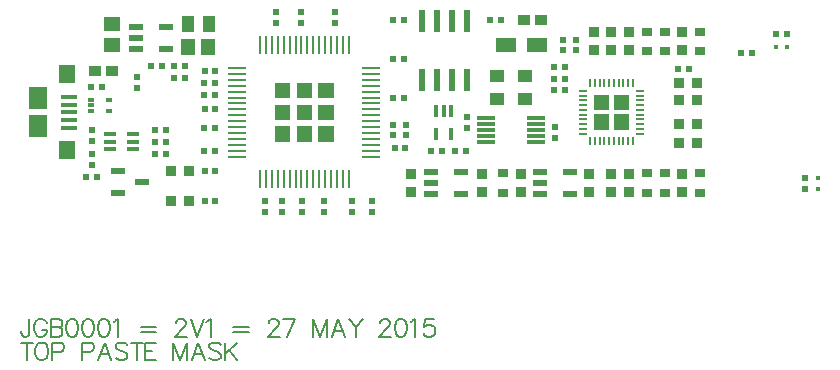
<source format=gtp>
%FSAX43Y43*%
%MOMM*%
G71*
G01*
G75*
G04 Layer_Color=8421504*
%ADD10R,0.590X0.600*%
%ADD11R,0.630X0.610*%
%ADD12R,0.600X0.590*%
%ADD13R,0.610X0.630*%
%ADD14R,0.590X1.910*%
%ADD15R,0.550X0.300*%
%ADD16R,1.210X0.590*%
%ADD17R,1.280X0.590*%
%ADD18R,1.090X0.400*%
%ADD19R,0.400X1.090*%
%ADD20R,1.520X0.330*%
%ADD21R,0.930X0.790*%
%ADD22R,1.600X0.280*%
%ADD23C,0.750*%
%ADD24R,5.500X5.500*%
%ADD25R,0.280X1.600*%
%ADD26R,3.700X3.700*%
%ADD27O,0.800X0.220*%
%ADD28O,0.220X0.800*%
%ADD29R,1.270X1.020*%
%ADD30R,0.910X0.930*%
%ADD31R,1.140X1.470*%
%ADD32R,1.000X0.970*%
%ADD33C,1.000*%
%ADD34R,0.400X0.350*%
%ADD35R,1.350X0.400*%
%ADD36R,1.600X1.900*%
%ADD37R,1.400X1.600*%
%ADD38R,1.800X1.230*%
%ADD39R,1.160X1.470*%
%ADD40R,0.930X0.920*%
%ADD41R,0.920X0.930*%
%ADD42R,1.470X1.160*%
%ADD43R,0.350X0.400*%
%ADD44C,0.250*%
%ADD45C,0.150*%
%ADD46C,0.300*%
%ADD47C,0.500*%
%ADD48C,0.280*%
%ADD49C,0.400*%
%ADD50C,0.220*%
%ADD51C,0.160*%
%ADD52C,0.200*%
%ADD53C,0.600*%
%ADD54C,0.800*%
%ADD55C,0.590*%
%ADD56C,0.260*%
%ADD57R,1.200X1.600*%
%ADD58R,1.600X1.100*%
%ADD59R,1.200X1.600*%
%ADD60R,1.100X1.600*%
%ADD61C,1.400*%
%ADD62C,2.200*%
G04:AMPARAMS|DCode=63|XSize=0.9mm|YSize=1.6mm|CornerRadius=0.45mm|HoleSize=0mm|Usage=FLASHONLY|Rotation=270.000|XOffset=0mm|YOffset=0mm|HoleType=Round|Shape=RoundedRectangle|*
%AMROUNDEDRECTD63*
21,1,0.900,0.700,0,0,270.0*
21,1,0.000,1.600,0,0,270.0*
1,1,0.900,-0.350,0.000*
1,1,0.900,-0.350,0.000*
1,1,0.900,0.350,0.000*
1,1,0.900,0.350,0.000*
%
%ADD63ROUNDEDRECTD63*%
%ADD64C,0.600*%
%ADD65C,1.000*%
%ADD66C,1.800*%
G04:AMPARAMS|DCode=67|XSize=1.8mm|YSize=1.8mm|CornerRadius=0mm|HoleSize=0mm|Usage=FLASHONLY|Rotation=0.000|XOffset=0mm|YOffset=0mm|HoleType=Round|Shape=Relief|Width=0.2mm|Gap=0.25mm|Entries=4|*
%AMTHD67*
7,0,0,1.800,1.300,0.200,45*
%
%ADD67THD67*%
%ADD68C,1.900*%
G04:AMPARAMS|DCode=69|XSize=2.3mm|YSize=2.3mm|CornerRadius=0mm|HoleSize=0mm|Usage=FLASHONLY|Rotation=0.000|XOffset=0mm|YOffset=0mm|HoleType=Round|Shape=Relief|Width=0.2mm|Gap=0.25mm|Entries=4|*
%AMTHD69*
7,0,0,2.300,1.800,0.200,45*
%
%ADD69THD69*%
%ADD70O,1.800X1.100*%
%ADD71C,3.650*%
%ADD72C,0.850*%
%ADD73C,1.200*%
%ADD74C,0.120*%
G36*
X0229815Y0163515D02*
X0228515D01*
Y0164815D01*
X0229815D01*
Y0163515D01*
D02*
G37*
G36*
X0231485D02*
X0230185D01*
Y0164815D01*
X0231485D01*
Y0163515D01*
D02*
G37*
G36*
X0202805Y0164355D02*
X0201515D01*
Y0165645D01*
X0202805D01*
Y0164355D01*
D02*
G37*
G36*
Y0162515D02*
X0201515D01*
Y0163805D01*
X0202805D01*
Y0162515D01*
D02*
G37*
G36*
X0204645D02*
X0203355D01*
Y0163805D01*
X0204645D01*
Y0162515D01*
D02*
G37*
G36*
X0206485D02*
X0205195D01*
Y0163805D01*
X0206485D01*
Y0162515D01*
D02*
G37*
G36*
X0204645Y0164355D02*
X0203355D01*
Y0165645D01*
X0204645D01*
Y0164355D01*
D02*
G37*
G36*
X0202805Y0166195D02*
X0201515D01*
Y0167485D01*
X0202805D01*
Y0166195D01*
D02*
G37*
G36*
X0204645D02*
X0203355D01*
Y0167485D01*
X0204645D01*
Y0166195D01*
D02*
G37*
G36*
X0206485D02*
X0205195D01*
Y0167485D01*
X0206485D01*
Y0166195D01*
D02*
G37*
G36*
Y0164355D02*
X0205195D01*
Y0165645D01*
X0206485D01*
Y0164355D01*
D02*
G37*
G36*
X0229815Y0165185D02*
X0228515D01*
Y0166485D01*
X0229815D01*
Y0165185D01*
D02*
G37*
G36*
X0231485D02*
X0230185D01*
Y0166485D01*
X0231485D01*
Y0165185D01*
D02*
G37*
D10*
X0211545Y0169500D02*
D03*
X0212455D02*
D03*
X0191345Y0162500D02*
D03*
X0192255D02*
D03*
Y0163500D02*
D03*
X0191345D02*
D03*
X0191955Y0168900D02*
D03*
X0191045D02*
D03*
X0193855D02*
D03*
X0192945D02*
D03*
X0196455Y0160000D02*
D03*
X0195545D02*
D03*
X0196455Y0157500D02*
D03*
X0195545D02*
D03*
X0214745Y0161700D02*
D03*
X0215655D02*
D03*
X0196455Y0165300D02*
D03*
X0195545D02*
D03*
X0196455Y0168500D02*
D03*
X0195545D02*
D03*
X0192255Y0161500D02*
D03*
X0191345D02*
D03*
X0226055Y0167800D02*
D03*
X0225145D02*
D03*
X0226055Y0166900D02*
D03*
X0225145D02*
D03*
D11*
X0205700Y0157460D02*
D03*
Y0156540D02*
D03*
X0186000Y0160540D02*
D03*
Y0161460D02*
D03*
X0227000Y0170240D02*
D03*
Y0171160D02*
D03*
X0225200Y0162840D02*
D03*
Y0163760D02*
D03*
X0217800Y0163640D02*
D03*
Y0164560D02*
D03*
X0201600Y0172540D02*
D03*
Y0173460D02*
D03*
X0200700Y0156540D02*
D03*
Y0157460D02*
D03*
X0206600Y0173460D02*
D03*
Y0172540D02*
D03*
X0203800Y0157460D02*
D03*
Y0156540D02*
D03*
X0211500Y0163960D02*
D03*
Y0163040D02*
D03*
X0203700Y0172540D02*
D03*
Y0173460D02*
D03*
X0246400Y0158540D02*
D03*
Y0159460D02*
D03*
X0189800Y0167040D02*
D03*
Y0167960D02*
D03*
X0186000Y0162540D02*
D03*
Y0163460D02*
D03*
X0225900Y0170240D02*
D03*
Y0171160D02*
D03*
D12*
X0208000Y0156545D02*
D03*
Y0157455D02*
D03*
X0209700D02*
D03*
Y0156545D02*
D03*
X0202100Y0157455D02*
D03*
Y0156545D02*
D03*
X0212600Y0163955D02*
D03*
Y0163045D02*
D03*
D13*
X0211540Y0172800D02*
D03*
X0212460D02*
D03*
X0195540Y0163700D02*
D03*
X0196460D02*
D03*
X0219740Y0172800D02*
D03*
X0220660D02*
D03*
X0192940Y0167900D02*
D03*
X0193860D02*
D03*
X0217660Y0161700D02*
D03*
X0216740D02*
D03*
X0196460D02*
D03*
X0195540D02*
D03*
Y0167500D02*
D03*
X0196460D02*
D03*
X0212460Y0166200D02*
D03*
X0211540D02*
D03*
X0211640Y0162000D02*
D03*
X0212560D02*
D03*
X0185540Y0159500D02*
D03*
X0186460D02*
D03*
X0186860Y0167100D02*
D03*
X0185940D02*
D03*
X0195540Y0166500D02*
D03*
X0196460D02*
D03*
X0244860Y0171600D02*
D03*
X0243940D02*
D03*
X0235640Y0168700D02*
D03*
X0236560D02*
D03*
X0240940Y0170000D02*
D03*
X0241860D02*
D03*
X0226060Y0168800D02*
D03*
X0225140D02*
D03*
D14*
X0213995Y0167695D02*
D03*
X0215265D02*
D03*
X0216535D02*
D03*
X0217805D02*
D03*
Y0172705D02*
D03*
X0216535D02*
D03*
X0215265D02*
D03*
X0213995D02*
D03*
D15*
X0187490Y0166075D02*
D03*
Y0165075D02*
D03*
X0185910D02*
D03*
Y0165575D02*
D03*
Y0166075D02*
D03*
D16*
X0223945Y0159950D02*
D03*
Y0159000D02*
D03*
Y0158050D02*
D03*
X0226455D02*
D03*
Y0159950D02*
D03*
X0189745Y0172250D02*
D03*
Y0171300D02*
D03*
Y0170350D02*
D03*
X0192255Y0172250D02*
D03*
Y0170350D02*
D03*
X0214745Y0158050D02*
D03*
X0217255D02*
D03*
Y0159950D02*
D03*
X0214745Y0159000D02*
D03*
Y0159950D02*
D03*
D17*
X0188185Y0160050D02*
D03*
Y0158150D02*
D03*
X0190215Y0159100D02*
D03*
D18*
X0189465Y0161850D02*
D03*
Y0162500D02*
D03*
Y0163150D02*
D03*
X0187535D02*
D03*
Y0162500D02*
D03*
Y0161850D02*
D03*
D19*
X0216450Y0165065D02*
D03*
X0215800D02*
D03*
X0215150D02*
D03*
X0216450Y0163135D02*
D03*
X0215150D02*
D03*
D20*
X0223605Y0164500D02*
D03*
Y0164000D02*
D03*
Y0163500D02*
D03*
Y0163000D02*
D03*
Y0162500D02*
D03*
X0219395D02*
D03*
Y0163000D02*
D03*
Y0163500D02*
D03*
Y0164000D02*
D03*
Y0164500D02*
D03*
D21*
X0220800Y0158180D02*
D03*
Y0159820D02*
D03*
X0237500Y0171820D02*
D03*
Y0170180D02*
D03*
X0233000Y0171820D02*
D03*
Y0170180D02*
D03*
X0234500D02*
D03*
Y0171820D02*
D03*
X0234500Y0159820D02*
D03*
Y0158180D02*
D03*
X0237500D02*
D03*
Y0159820D02*
D03*
X0233000Y0158180D02*
D03*
Y0159820D02*
D03*
D22*
X0198320Y0164250D02*
D03*
Y0164750D02*
D03*
X0209680Y0168750D02*
D03*
Y0168250D02*
D03*
Y0167750D02*
D03*
Y0167250D02*
D03*
Y0166750D02*
D03*
Y0166250D02*
D03*
Y0165750D02*
D03*
Y0165250D02*
D03*
Y0164750D02*
D03*
Y0164250D02*
D03*
Y0163750D02*
D03*
Y0163250D02*
D03*
Y0162750D02*
D03*
Y0162250D02*
D03*
Y0161750D02*
D03*
Y0161250D02*
D03*
X0198320D02*
D03*
Y0161750D02*
D03*
Y0162250D02*
D03*
Y0162750D02*
D03*
Y0163250D02*
D03*
Y0163750D02*
D03*
Y0165250D02*
D03*
Y0165750D02*
D03*
Y0166250D02*
D03*
Y0166750D02*
D03*
Y0167250D02*
D03*
Y0167750D02*
D03*
Y0168250D02*
D03*
Y0168750D02*
D03*
D25*
X0207750Y0159320D02*
D03*
X0207250D02*
D03*
X0206750D02*
D03*
X0206250D02*
D03*
X0205750D02*
D03*
X0205250D02*
D03*
X0204750D02*
D03*
X0204250D02*
D03*
X0203750D02*
D03*
X0203250D02*
D03*
X0202750D02*
D03*
X0202250D02*
D03*
X0201750D02*
D03*
X0201250D02*
D03*
X0200750D02*
D03*
X0200250D02*
D03*
Y0170680D02*
D03*
X0200750D02*
D03*
X0201250D02*
D03*
X0201750D02*
D03*
X0202250D02*
D03*
X0202750D02*
D03*
X0203250D02*
D03*
X0203750D02*
D03*
X0204250D02*
D03*
X0204750D02*
D03*
X0205250D02*
D03*
X0205750D02*
D03*
X0206250D02*
D03*
X0206750D02*
D03*
X0207250D02*
D03*
X0207750D02*
D03*
D27*
X0227550Y0163200D02*
D03*
Y0163600D02*
D03*
Y0164000D02*
D03*
Y0164400D02*
D03*
Y0164800D02*
D03*
Y0165200D02*
D03*
Y0165600D02*
D03*
Y0166000D02*
D03*
Y0166400D02*
D03*
Y0166800D02*
D03*
X0232450D02*
D03*
Y0166400D02*
D03*
Y0166000D02*
D03*
Y0165600D02*
D03*
Y0165200D02*
D03*
Y0164800D02*
D03*
Y0164400D02*
D03*
Y0164000D02*
D03*
Y0163600D02*
D03*
Y0163200D02*
D03*
D28*
X0228200Y0167450D02*
D03*
X0228600D02*
D03*
X0229000D02*
D03*
X0229400D02*
D03*
X0229800D02*
D03*
X0230200D02*
D03*
X0230600D02*
D03*
X0231000D02*
D03*
X0231400D02*
D03*
X0231800D02*
D03*
Y0162550D02*
D03*
X0231400D02*
D03*
X0231000D02*
D03*
X0230600D02*
D03*
X0230200D02*
D03*
X0229800D02*
D03*
X0229400D02*
D03*
X0229000D02*
D03*
X0228600D02*
D03*
X0228200D02*
D03*
D29*
X0220330Y0166155D02*
D03*
X0222670D02*
D03*
Y0168045D02*
D03*
X0220330D02*
D03*
D30*
X0194260Y0157500D02*
D03*
X0192740D02*
D03*
X0194260Y0160000D02*
D03*
X0192740D02*
D03*
D31*
X0194110Y0172500D02*
D03*
X0195890D02*
D03*
D32*
X0222565Y0172800D02*
D03*
X0224035D02*
D03*
X0186265Y0168500D02*
D03*
X0187735D02*
D03*
D34*
X0247500Y0158525D02*
D03*
Y0159475D02*
D03*
D35*
X0184100Y0165000D02*
D03*
Y0165650D02*
D03*
Y0163700D02*
D03*
Y0164350D02*
D03*
Y0166300D02*
D03*
D36*
X0181425Y0163800D02*
D03*
Y0166200D02*
D03*
D37*
X0183875Y0161800D02*
D03*
X0183875Y0168200D02*
D03*
D38*
X0223710Y0170700D02*
D03*
X0221090D02*
D03*
D39*
X0194125Y0170500D02*
D03*
X0195875D02*
D03*
D40*
X0213000Y0158245D02*
D03*
Y0159755D02*
D03*
X0230000D02*
D03*
Y0158245D02*
D03*
X0236000Y0170245D02*
D03*
Y0171755D02*
D03*
X0231500Y0170245D02*
D03*
Y0171755D02*
D03*
X0231500Y0159755D02*
D03*
Y0158245D02*
D03*
X0236000Y0159755D02*
D03*
Y0158245D02*
D03*
X0228100D02*
D03*
Y0159755D02*
D03*
X0219000Y0158245D02*
D03*
Y0159755D02*
D03*
X0228500Y0170245D02*
D03*
Y0171755D02*
D03*
X0230000Y0170245D02*
D03*
Y0171755D02*
D03*
X0222300Y0159755D02*
D03*
Y0158245D02*
D03*
D41*
X0235745Y0167500D02*
D03*
X0237255D02*
D03*
Y0166000D02*
D03*
X0235745D02*
D03*
Y0164000D02*
D03*
X0237255D02*
D03*
X0237255Y0162400D02*
D03*
X0235745D02*
D03*
D42*
X0187700Y0172475D02*
D03*
Y0170725D02*
D03*
D43*
X0244875Y0170500D02*
D03*
X0243925D02*
D03*
D45*
X0180500Y0145500D02*
Y0144000D01*
X0180000Y0145500D02*
X0181000D01*
X0181607D02*
X0181464Y0145428D01*
X0181321Y0145285D01*
X0181250Y0145143D01*
X0181178Y0144928D01*
Y0144571D01*
X0181250Y0144357D01*
X0181321Y0144214D01*
X0181464Y0144071D01*
X0181607Y0144000D01*
X0181892D01*
X0182035Y0144071D01*
X0182178Y0144214D01*
X0182250Y0144357D01*
X0182321Y0144571D01*
Y0144928D01*
X0182250Y0145143D01*
X0182178Y0145285D01*
X0182035Y0145428D01*
X0181892Y0145500D01*
X0181607D01*
X0182671Y0144714D02*
X0183314D01*
X0183528Y0144786D01*
X0183599Y0144857D01*
X0183671Y0145000D01*
Y0145214D01*
X0183599Y0145357D01*
X0183528Y0145428D01*
X0183314Y0145500D01*
X0182671D01*
Y0144000D01*
X0185185Y0144714D02*
X0185827D01*
X0186042Y0144786D01*
X0186113Y0144857D01*
X0186184Y0145000D01*
Y0145214D01*
X0186113Y0145357D01*
X0186042Y0145428D01*
X0185827Y0145500D01*
X0185185D01*
Y0144000D01*
X0187663D02*
X0187091Y0145500D01*
X0186520Y0144000D01*
X0186734Y0144500D02*
X0187448D01*
X0189012Y0145285D02*
X0188870Y0145428D01*
X0188655Y0145500D01*
X0188370D01*
X0188155Y0145428D01*
X0188013Y0145285D01*
Y0145143D01*
X0188084Y0145000D01*
X0188155Y0144928D01*
X0188298Y0144857D01*
X0188727Y0144714D01*
X0188870Y0144643D01*
X0188941Y0144571D01*
X0189012Y0144428D01*
Y0144214D01*
X0188870Y0144071D01*
X0188655Y0144000D01*
X0188370D01*
X0188155Y0144071D01*
X0188013Y0144214D01*
X0189848Y0145500D02*
Y0144000D01*
X0189348Y0145500D02*
X0190348D01*
X0191455D02*
X0190526D01*
Y0144000D01*
X0191455D01*
X0190526Y0144786D02*
X0191098D01*
X0192883Y0145500D02*
Y0144000D01*
Y0145500D02*
X0193454Y0144000D01*
X0194026Y0145500D02*
X0193454Y0144000D01*
X0194026Y0145500D02*
Y0144000D01*
X0195597D02*
X0195025Y0145500D01*
X0194454Y0144000D01*
X0194668Y0144500D02*
X0195382D01*
X0196946Y0145285D02*
X0196804Y0145428D01*
X0196589Y0145500D01*
X0196304D01*
X0196089Y0145428D01*
X0195947Y0145285D01*
Y0145143D01*
X0196018Y0145000D01*
X0196089Y0144928D01*
X0196232Y0144857D01*
X0196661Y0144714D01*
X0196804Y0144643D01*
X0196875Y0144571D01*
X0196946Y0144428D01*
Y0144214D01*
X0196804Y0144071D01*
X0196589Y0144000D01*
X0196304D01*
X0196089Y0144071D01*
X0195947Y0144214D01*
X0197282Y0145500D02*
Y0144000D01*
X0198282Y0145500D02*
X0197282Y0144500D01*
X0197639Y0144857D02*
X0198282Y0144000D01*
X0180714Y0147500D02*
Y0146357D01*
X0180643Y0146143D01*
X0180571Y0146071D01*
X0180428Y0146000D01*
X0180286D01*
X0180143Y0146071D01*
X0180071Y0146143D01*
X0180000Y0146357D01*
Y0146500D01*
X0182171Y0147143D02*
X0182100Y0147285D01*
X0181957Y0147428D01*
X0181814Y0147500D01*
X0181528D01*
X0181385Y0147428D01*
X0181243Y0147285D01*
X0181171Y0147143D01*
X0181100Y0146928D01*
Y0146571D01*
X0181171Y0146357D01*
X0181243Y0146214D01*
X0181385Y0146071D01*
X0181528Y0146000D01*
X0181814D01*
X0181957Y0146071D01*
X0182100Y0146214D01*
X0182171Y0146357D01*
Y0146571D01*
X0181814D02*
X0182171D01*
X0182514Y0147500D02*
Y0146000D01*
Y0147500D02*
X0183156D01*
X0183371Y0147428D01*
X0183442Y0147357D01*
X0183514Y0147214D01*
Y0147071D01*
X0183442Y0146928D01*
X0183371Y0146857D01*
X0183156Y0146786D01*
X0182514D02*
X0183156D01*
X0183371Y0146714D01*
X0183442Y0146643D01*
X0183514Y0146500D01*
Y0146286D01*
X0183442Y0146143D01*
X0183371Y0146071D01*
X0183156Y0146000D01*
X0182514D01*
X0184278Y0147500D02*
X0184063Y0147428D01*
X0183921Y0147214D01*
X0183849Y0146857D01*
Y0146643D01*
X0183921Y0146286D01*
X0184063Y0146071D01*
X0184278Y0146000D01*
X0184420D01*
X0184635Y0146071D01*
X0184778Y0146286D01*
X0184849Y0146643D01*
Y0146857D01*
X0184778Y0147214D01*
X0184635Y0147428D01*
X0184420Y0147500D01*
X0184278D01*
X0185613D02*
X0185399Y0147428D01*
X0185256Y0147214D01*
X0185185Y0146857D01*
Y0146643D01*
X0185256Y0146286D01*
X0185399Y0146071D01*
X0185613Y0146000D01*
X0185756D01*
X0185970Y0146071D01*
X0186113Y0146286D01*
X0186184Y0146643D01*
Y0146857D01*
X0186113Y0147214D01*
X0185970Y0147428D01*
X0185756Y0147500D01*
X0185613D01*
X0186949D02*
X0186734Y0147428D01*
X0186591Y0147214D01*
X0186520Y0146857D01*
Y0146643D01*
X0186591Y0146286D01*
X0186734Y0146071D01*
X0186949Y0146000D01*
X0187091D01*
X0187306Y0146071D01*
X0187448Y0146286D01*
X0187520Y0146643D01*
Y0146857D01*
X0187448Y0147214D01*
X0187306Y0147428D01*
X0187091Y0147500D01*
X0186949D01*
X0187855Y0147214D02*
X0187998Y0147285D01*
X0188213Y0147500D01*
Y0146000D01*
X0190134Y0146857D02*
X0191419D01*
X0190134Y0146428D02*
X0191419D01*
X0193111Y0147143D02*
Y0147214D01*
X0193183Y0147357D01*
X0193254Y0147428D01*
X0193397Y0147500D01*
X0193683D01*
X0193826Y0147428D01*
X0193897Y0147357D01*
X0193968Y0147214D01*
Y0147071D01*
X0193897Y0146928D01*
X0193754Y0146714D01*
X0193040Y0146000D01*
X0194040D01*
X0194375Y0147500D02*
X0194947Y0146000D01*
X0195518Y0147500D02*
X0194947Y0146000D01*
X0195711Y0147214D02*
X0195854Y0147285D01*
X0196068Y0147500D01*
Y0146000D01*
X0197989Y0146857D02*
X0199274D01*
X0197989Y0146428D02*
X0199274D01*
X0200967Y0147143D02*
Y0147214D01*
X0201038Y0147357D01*
X0201110Y0147428D01*
X0201253Y0147500D01*
X0201538D01*
X0201681Y0147428D01*
X0201752Y0147357D01*
X0201824Y0147214D01*
Y0147071D01*
X0201752Y0146928D01*
X0201610Y0146714D01*
X0200896Y0146000D01*
X0201895D01*
X0203231Y0147500D02*
X0202517Y0146000D01*
X0202231Y0147500D02*
X0203231D01*
X0204745D02*
Y0146000D01*
Y0147500D02*
X0205316Y0146000D01*
X0205887Y0147500D02*
X0205316Y0146000D01*
X0205887Y0147500D02*
Y0146000D01*
X0207458D02*
X0206887Y0147500D01*
X0206316Y0146000D01*
X0206530Y0146500D02*
X0207244D01*
X0207808Y0147500D02*
X0208380Y0146786D01*
Y0146000D01*
X0208951Y0147500D02*
X0208380Y0146786D01*
X0210393Y0147143D02*
Y0147214D01*
X0210465Y0147357D01*
X0210536Y0147428D01*
X0210679Y0147500D01*
X0210965D01*
X0211108Y0147428D01*
X0211179Y0147357D01*
X0211250Y0147214D01*
Y0147071D01*
X0211179Y0146928D01*
X0211036Y0146714D01*
X0210322Y0146000D01*
X0211322D01*
X0212086Y0147500D02*
X0211872Y0147428D01*
X0211729Y0147214D01*
X0211658Y0146857D01*
Y0146643D01*
X0211729Y0146286D01*
X0211872Y0146071D01*
X0212086Y0146000D01*
X0212229D01*
X0212443Y0146071D01*
X0212586Y0146286D01*
X0212657Y0146643D01*
Y0146857D01*
X0212586Y0147214D01*
X0212443Y0147428D01*
X0212229Y0147500D01*
X0212086D01*
X0212993Y0147214D02*
X0213136Y0147285D01*
X0213350Y0147500D01*
Y0146000D01*
X0214950Y0147500D02*
X0214236D01*
X0214164Y0146857D01*
X0214236Y0146928D01*
X0214450Y0147000D01*
X0214664D01*
X0214878Y0146928D01*
X0215021Y0146786D01*
X0215092Y0146571D01*
Y0146428D01*
X0215021Y0146214D01*
X0214878Y0146071D01*
X0214664Y0146000D01*
X0214450D01*
X0214236Y0146071D01*
X0214164Y0146143D01*
X0214093Y0146286D01*
M02*

</source>
